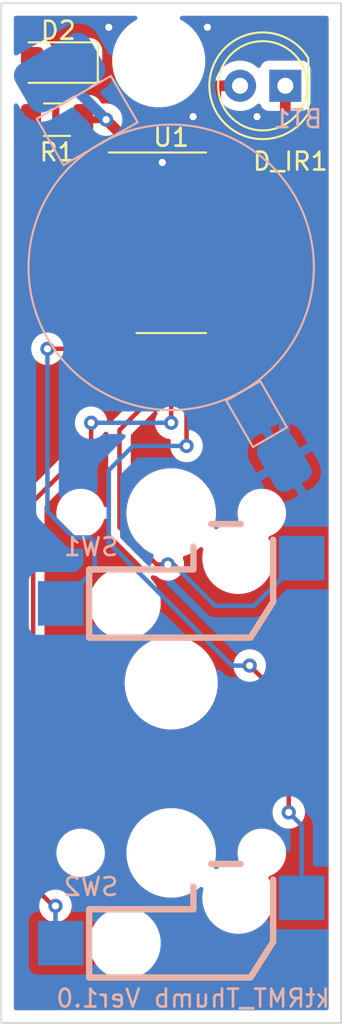
<source format=kicad_pcb>
(kicad_pcb (version 20211014) (generator pcbnew)
  (layers (0 "F.Cu" signal) (31 "B.Cu" signal) (34 "B.Paste" user) (35 "F.Paste" user) (36 "B.SilkS" user "B.Silkscreen") (37 "F.SilkS" user "F.Silkscreen") (38 "B.Mask" user) (39 "F.Mask" user) (44 "Edge.Cuts" user))
  (net 0 "")
  (net 1 "Net-(BT1-Pad1)")
  (net 2 "Net-(BT1-Pad2)")
  (net 3 "Net-(D2-Pad2)")
  (net 4 "Net-(D2-Pad1)")
  (net 5 "Net-(D_IR1-Pad1)")
  (net 6 "Net-(SW1-Pad1)")
  (net 7 "Net-(U1-Pad11)")
  (net 10 "Net-(U1-Pad10)")
  (net 16 "Net-(SW2-Pad2)")
  (footprint "ktRMT_Thumb:Hole_4P2" (layer "F.Cu") (at 8.825 3.225)
    (fp_text reference "REF**")
    (fp_text value "Hole_4P2")
    (pad "" np_thru_hole circle (at 0 0) (size 4.2 4.2) (drill 4.2) (layers F&B.Cu))
  )
  (footprint "Package_SO:SOP-16_3.9x9.9mm_P1.27mm" (layer "F.Cu") (at 9.525 13.425)
    (fp_text reference "U1" (at 0 -5.9) (layer "F.SilkS"))
    (fp_text value "HB1531E")
    (fp_line (start 0 -5.06) (end 1.95 -5.06) (layer "F.SilkS") (width 0.12))
    (fp_line (start 0 5.06) (end -1.95 5.06) (layer "F.SilkS") (width 0.12))
    (fp_line (start 0 5.06) (end 1.95 5.06) (layer "F.SilkS") (width 0.12))
    (fp_line (start 0 -5.06) (end -3.5 -5.06) (layer "F.SilkS") (width 0.12))
    (pad "1" smd roundrect (at -2.5 -4.445) (size 2 0.6) (layers "F.Cu" "F.Paste" "F.Mask") (net 2 "Net-(BT1-Pad2)"))
    (pad "2" smd roundrect (at -2.5 -3.175) (size 2 0.6) (layers "F.Cu" "F.Paste" "F.Mask"))
    (pad "3" smd roundrect (at -2.5 -1.905) (size 2 0.6) (layers "F.Cu" "F.Paste" "F.Mask"))
    (pad "4" smd roundrect (at -2.5 -0.635) (size 2 0.6) (layers "F.Cu" "F.Paste" "F.Mask"))
    (pad "5" smd roundrect (at -2.5 0.635) (size 2 0.6) (layers "F.Cu" "F.Paste" "F.Mask"))
    (pad "6" smd roundrect (at -2.5 1.905) (size 2 0.6) (layers "F.Cu" "F.Paste" "F.Mask"))
    (pad "7" smd roundrect (at -2.5 3.175) (size 2 0.6) (layers "F.Cu" "F.Paste" "F.Mask"))
    (pad "8" smd roundrect (at -2.5 4.445) (size 2 0.6) (layers "F.Cu" "F.Paste" "F.Mask"))
    (pad "9" smd roundrect (at 2.5 4.445) (size 2 0.6) (layers "F.Cu" "F.Paste" "F.Mask") (net 16 "Net-(SW2-Pad2)"))
    (pad "10" smd roundrect (at 2.5 3.175) (size 2 0.6) (layers "F.Cu" "F.Paste" "F.Mask") (net 10 "Net-(U1-Pad10)"))
    (pad "11" smd roundrect (at 2.5 1.905) (size 2 0.6) (layers "F.Cu" "F.Paste" "F.Mask") (net 7 "Net-(U1-Pad11)"))
    (pad "12" smd roundrect (at 2.5 0.635) (size 2 0.6) (layers "F.Cu" "F.Paste" "F.Mask") (net 6 "Net-(SW1-Pad1)"))
    (pad "13" smd roundrect (at 2.5 -0.635) (size 2 0.6) (layers "F.Cu" "F.Paste" "F.Mask"))
    (pad "14" smd roundrect (at 2.5 -1.905) (size 2 0.6) (layers "F.Cu" "F.Paste" "F.Mask") (net 4 "Net-(D2-Pad1)"))
    (pad "15" smd roundrect (at 2.5 -3.175) (size 2 0.6) (layers "F.Cu" "F.Paste" "F.Mask") (net 5 "Net-(D_IR1-Pad1)"))
    (pad "16" smd roundrect (at 2.5 -4.445) (size 2 0.6) (layers "F.Cu" "F.Paste" "F.Mask") (net 1 "Net-(BT1-Pad1)"))
  )
  (footprint "Resistor_SMD:R_1206_3216Metric" (layer "F.Cu") (at 3.125 6.525 180)
    (fp_text reference "R1" (at 0 -1.82 180) (layer "F.SilkS"))
    (fp_text value "470oum")
    (fp_line (start -0.727064 -0.91) (end 0.727064 -0.91) (layer "F.SilkS") (width 0.12))
    (fp_line (start -0.727064 0.91) (end 0.727064 0.91) (layer "F.SilkS") (width 0.12))
    (pad "1" smd roundrect (at -1.4625 0 180) (size 1.125 1.75) (layers "F.Cu" "F.Paste" "F.Mask") (roundrect_rratio 0.222222) (net 1 "Net-(BT1-Pad1)"))
    (pad "2" smd roundrect (at 1.4625 0 180) (size 1.125 1.75) (layers "F.Cu" "F.Paste" "F.Mask") (roundrect_rratio 0.222222) (net 3 "Net-(D2-Pad2)"))
  )
  (footprint "LED_SMD:LED_1206_3216Metric" (layer "F.Cu") (at 3.125 3.325 180)
    (fp_text reference "D2" (at -0.07 1.8 180) (layer "F.SilkS"))
    (fp_text value "LED")
    (fp_line (start -2.285 1.135) (end 1.6 1.135) (layer "F.SilkS") (width 0.12))
    (fp_line (start 1.6 -1.135) (end -2.285 -1.135) (layer "F.SilkS") (width 0.12))
    (fp_line (start -2.285 -1.135) (end -2.285 1.135) (layer "F.SilkS") (width 0.12))
    (pad "1" smd roundrect (at -1.4 0 180) (size 1.25 1.75) (layers "F.Cu" "F.Paste" "F.Mask") (roundrect_rratio 0.2) (net 4 "Net-(D2-Pad1)"))
    (pad "2" smd roundrect (at 1.4 0 180) (size 1.25 1.75) (layers "F.Cu" "F.Paste" "F.Mask") (roundrect_rratio 0.2) (net 3 "Net-(D2-Pad2)"))
  )
  (footprint "LED_THT:LED_D5.0mm" (layer "F.Cu") (at 15.925 4.625 180)
    (fp_text reference "D_IR1" (at -0.28 -4.24) (layer "F.SilkS"))
    (fp_text value "LED")
    (fp_line (start -1.29 -1.545) (end -1.29 1.545) (layer "F.SilkS") (width 0.12))
    (fp_arc (start 4.26 -0.000462) (mid 2.072002 2.880433) (end -1.29 1.54483) (layer "F.SilkS") (width 0.12))
    (fp_arc (start -1.29 -1.54483) (mid 2.072002 -2.880433) (end 4.26 0.000462) (layer "F.SilkS") (width 0.12))
    (fp_circle (center 1.27 0) (end 3.77 0) (layer "F.SilkS") (width 0.12) (fill none))
    (pad "1" thru_hole rect (at 0 0 180) (size 1.8 1.8) (drill 0.9) (layers *.Cu *.Mask) (net 5 "Net-(D_IR1-Pad1)"))
    (pad "2" thru_hole circle (at 2.54 0 180) (size 1.8 1.8) (drill 0.9) (layers *.Cu *.Mask) (net 1 "Net-(BT1-Pad1)"))
  )
  (footprint "ktRMT_Thumb:MX_Socket" (layer "F.Cu") (at 9.525 28.575)
    (fp_text reference "SW1" (at -4.5 1.9 unlocked) (layer "B.SilkS") (effects (justify mirror)))
    (fp_text value "SW_Push")
    (fp_line (start 4.445 6.985) (end -4.6 6.985) (layer "B.SilkS") (width 0.36))
    (fp_line (start 5.715 1.5) (end 5.715 4.985) (layer "B.SilkS") (width 0.36))
    (fp_line (start 5.715 4.985) (end 4.445 6.985) (layer "B.SilkS") (width 0.36))
    (fp_line (start -4.6 3.16) (end 1.245 3.16) (layer "B.SilkS") (width 0.36))
    (fp_line (start -4.6 6.985) (end -4.6 3.175) (layer "B.SilkS") (width 0.36))
    (fp_line (start 3.9 0.62) (end 2.245 0.62) (layer "B.SilkS") (width 0.36))
    (fp_line (start 1.245 3.16) (end 1.245 1.885) (layer "B.SilkS") (width 0.36))
    (pad "" np_thru_hole circle (at 5.08 0) (size 1.7 1.7) (drill 1.7) (layers F&B.Cu))
    (pad "" np_thru_hole circle (at -2.595 5.065) (size 3 3) (drill 3) (layers F&B.Cu))
    (pad "" np_thru_hole circle (at 3.755 2.525) (size 3 3) (drill 3) (layers F&B.Cu))
    (pad "" np_thru_hole circle (at -5.08 0) (size 1.7 1.7) (drill 1.7) (layers F&B.Cu))
    (pad "" np_thru_hole circle (at 0 0) (size 4 4) (drill 4) (layers F&B.Cu))
    (pad "1" smd rect (at -6.1976 5.065) (size 2.55 2.5) (layers "B.Cu" "B.Paste" "B.Mask") (net 6 "Net-(SW1-Pad1)"))
    (pad "2" smd rect (at 7.3152 2.525) (size 2.55 2.5) (layers "B.Cu" "B.Paste" "B.Mask") (net 7 "Net-(U1-Pad11)"))
  )
  (footprint "ktRMT_Thumb:CR16xx_Holder" (layer "F.Cu") (at 9.525 9.525)
    (fp_text reference "BT1" (at 7.11 -3.04 unlocked) (layer "B.SilkS") (effects (justify mirror)))
    (fp_text value "3V")
    (fp_circle (center 0 5.275) (end 8 5.275) (layer "B.SilkS") (width 0.12) (fill none))
    (fp_poly (pts (xy 4.992628 11.653204) (xy 3.087373 12.753203) (xy 4.587372 15.351279) (xy 6.492628 14.251279)) (layer "B.SilkS") (width 0.12) (fill none))
    (fp_poly (pts (xy -1.881539 -2.853203) (xy -6.038461 -0.453203) (xy -7.538461 -3.051279) (xy -3.381539 -5.451279)) (layer "B.SilkS") (width 0.12) (fill none))
    (pad "1" smd roundrect (at -6.26 -5.63692 210) (size 4.8 3.048) (layers "B.Cu" "B.Paste" "B.Mask") (net 1 "Net-(BT1-Pad1)"))
    (pad "2" smd roundrect (at 6.34 16.18692 210) (size 2.286 3.048) (layers "B.Cu" "B.Paste" "B.Mask") (net 2 "Net-(BT1-Pad2)"))
  )
  (footprint "ktRMT_Thumb:Hole_4P2" (layer "F.Cu") (at 9.525 38.1)
    (fp_text reference "REF**")
    (fp_text value "Hole_4P2")
    (pad "" np_thru_hole circle (at 0 0) (size 4.2 4.2) (drill 4.2) (layers F&B.Cu))
  )
  (footprint "ktRMT_Thumb:MX_Socket" (layer "F.Cu") (at 9.525 47.625)
    (fp_text reference "SW2" (at -4.5 1.9 unlocked) (layer "B.SilkS") (effects (justify mirror)))
    (fp_text value "SW_Push")
    (fp_line (start -4.6 6.985) (end -4.6 3.175) (layer "B.SilkS") (width 0.36))
    (fp_line (start 3.9 0.62) (end 2.245 0.62) (layer "B.SilkS") (width 0.36))
    (fp_line (start 1.245 3.16) (end 1.245 1.885) (layer "B.SilkS") (width 0.36))
    (fp_line (start 4.445 6.985) (end -4.6 6.985) (layer "B.SilkS") (width 0.36))
    (fp_line (start 5.715 4.985) (end 4.445 6.985) (layer "B.SilkS") (width 0.36))
    (fp_line (start 5.715 1.5) (end 5.715 4.985) (layer "B.SilkS") (width 0.36))
    (fp_line (start -4.6 3.16) (end 1.245 3.16) (layer "B.SilkS") (width 0.36))
    (pad "" np_thru_hole circle (at -2.595 5.065) (size 3 3) (drill 3) (layers F&B.Cu))
    (pad "" np_thru_hole circle (at -5.08 0) (size 1.7 1.7) (drill 1.7) (layers F&B.Cu))
    (pad "" np_thru_hole circle (at 3.755 2.525) (size 3 3) (drill 3) (layers F&B.Cu))
    (pad "" np_thru_hole circle (at 5.08 0) (size 1.7 1.7) (drill 1.7) (layers F&B.Cu))
    (pad "" np_thru_hole circle (at 0 0) (size 4 4) (drill 4) (layers F&B.Cu))
    (pad "1" smd rect (at -6.1976 5.065) (size 2.55 2.5) (layers "B.Cu" "B.Paste" "B.Mask") (net 10 "Net-(U1-Pad10)"))
    (pad "2" smd rect (at 7.3152 2.525) (size 2.55 2.5) (layers "B.Cu" "B.Paste" "B.Mask") (net 16 "Net-(SW2-Pad2)"))
  )
  (gr_rect (start 0 0) (end 19.05 57.15) (layer "Edge.Cuts") (width 0.1) (fill none))
  (gr_text "ktRMT_Thumb Ver1.0" (at 10.75 55.78) (layer "B.SilkS") (effects (font (size 1 1)) (justify mirror)))
  (segment (start 11.915 7.265) (end 12.025 7.155) (width 0.4) (layer "F.Cu") (net 1))
  (segment (start 12.025 8.98) (end 12.025 7.155) (width 0.6) (layer "F.Cu") (net 1))
  (segment (start 5.875 6.525) (end 6.615 7.265) (width 0.6) (layer "F.Cu") (net 1))
  (segment (start 12.025 6.525) (end 12.025 4.725) (width 0.6) (layer "F.Cu") (net 1))
  (segment (start 4.5875 6.525) (end 5.875 6.525) (width 0.4) (layer "F.Cu") (net 1))
  (segment (start 6.615 7.265) (end 11.915 7.265) (width 0.6) (layer "F.Cu") (net 1))
  (segment (start 12.025 7.155) (end 12.025 6.525) (width 0.6) (layer "F.Cu") (net 1))
  (segment (start 12.125 4.625) (end 12.025 4.725) (width 0.6) (layer "F.Cu") (net 1))
  (segment (start 13.385 4.625) (end 12.125 4.625) (width 0.6) (layer "F.Cu") (net 1))
  (via (at 5.875 6.525) (size 0.8) (drill 0.4) (layers "F.Cu" "B.Cu") (net 1))
  (segment (start 3.265 3.915) (end 5.875 6.525) (width 0.6) (layer "B.Cu") (net 1))
  (segment (start 3.265 3.88808) (end 3.265 3.915) (width 0.6) (layer "B.Cu") (net 1))
  (segment (start 7.025 8.98) (end 8.97 8.98) (width 0.6) (layer "F.Cu") (net 2))
  (segment (start 8.97 8.98) (end 9.025 8.925) (width 0.6) (layer "F.Cu") (net 2))
  (via (at 14.335 6.355) (size 0.8) (drill 0.4) (layers "F.Cu" "B.Cu") (net 2))
  (via (at 11.555 1.345) (size 0.8) (drill 0.4) (layers "F.Cu" "B.Cu") (net 2))
  (via (at 6.025 1.345) (size 0.8) (drill 0.4) (layers "F.Cu" "B.Cu") (net 2))
  (via (at 9.025 8.925) (size 0.8) (drill 0.4) (layers "F.Cu" "B.Cu") (net 2))
  (via (at 10.755 6.355) (size 0.8) (drill 0.4) (layers "F.Cu" "B.Cu") (net 2))
  (segment (start 9.025 8.925) (end 9.075 8.975) (width 0.6) (layer "B.Cu") (net 2))
  (segment (start 12.775 8.975) (end 14.475 10.675) (width 0.6) (layer "B.Cu") (net 2))
  (segment (start 15.865 12.065) (end 15.865 25.71192) (width 0.6) (layer "B.Cu") (net 2))
  (segment (start 9.075 8.975) (end 12.775 8.975) (width 0.6) (layer "B.Cu") (net 2))
  (segment (start 14.475 10.675) (end 15.865 12.065) (width 0.6) (layer "B.Cu") (net 2))
  (segment (start 1.6625 3.3875) (end 1.725 3.325) (width 0.4) (layer "F.Cu") (net 3))
  (segment (start 1.6625 6.525) (end 1.6625 3.3875) (width 0.4) (layer "F.Cu") (net 3))
  (segment (start 10.475 10.477817) (end 10.475 8.625) (width 0.4) (layer "F.Cu") (net 4))
  (segment (start 3.885 8.015) (end 3.055 7.185) (width 0.4) (layer "F.Cu") (net 4))
  (segment (start 12.025 11.52) (end 11.517183 11.52) (width 0.4) (layer "F.Cu") (net 4))
  (segment (start 11.517183 11.52) (end 10.475 10.477817) (width 0.4) (layer "F.Cu") (net 4))
  (segment (start 9.865 8.015) (end 3.885 8.015) (width 0.4) (layer "F.Cu") (net 4))
  (segment (start 10.475 8.625) (end 9.865 8.015) (width 0.4) (layer "F.Cu") (net 4))
  (segment (start 3.055 4.795) (end 4.525 3.325) (width 0.4) (layer "F.Cu") (net 4))
  (segment (start 3.055 7.185) (end 3.055 4.795) (width 0.4) (layer "F.Cu") (net 4))
  (segment (start 12.674239 10.25) (end 12.025 10.25) (width 0.6) (layer "F.Cu") (net 5))
  (segment (start 15.925 6.999239) (end 12.674239 10.25) (width 0.6) (layer "F.Cu") (net 5))
  (segment (start 15.925 4.625) (end 15.925 6.999239) (width 0.6) (layer "F.Cu") (net 5))
  (segment (start 8.43 18.35) (end 7.411751 19.368249) (width 0.25) (layer "F.Cu") (net 6))
  (segment (start 8.43 14.88) (end 8.43 18.35) (width 0.25) (layer "F.Cu") (net 6))
  (segment (start 12.025 14.06) (end 9.25 14.06) (width 0.25) (layer "F.Cu") (net 6))
  (segment (start 9.25 14.06) (end 8.43 14.88) (width 0.25) (layer "F.Cu") (net 6))
  (segment (start 7.411751 19.368249) (end 2.585 19.368249) (width 0.25) (layer "F.Cu") (net 6))
  (via (at 2.585 19.368249) (size 0.8) (drill 0.4) (layers "F.Cu" "B.Cu") (net 6))
  (segment (start 4.055 29.945) (end 2.585 28.475) (width 0.25) (layer "B.Cu") (net 6))
  (segment (start 5.235 30.205) (end 4.975 29.945) (width 0.25) (layer "B.Cu") (net 6))
  (segment (start 2.585 28.475) (end 2.585 19.368249) (width 0.25) (layer "B.Cu") (net 6))
  (segment (start 3.3274 33.64) (end 3.33 33.64) (width 0.25) (layer "B.Cu") (net 6))
  (segment (start 5.235 31.735) (end 5.235 30.205) (width 0.25) (layer "B.Cu") (net 6))
  (segment (start 3.33 33.64) (end 5.235 31.735) (width 0.25) (layer "B.Cu") (net 6))
  (segment (start 4.975 29.945) (end 4.055 29.945) (width 0.25) (layer "B.Cu") (net 6))
  (segment (start 9.44 15.33) (end 8.91 15.86) (width 0.25) (layer "F.Cu") (net 7))
  (segment (start 8.705 31.455) (end 9.335 31.455) (width 0.25) (layer "F.Cu") (net 7))
  (segment (start 12.025 15.33) (end 9.44 15.33) (width 0.25) (layer "F.Cu") (net 7))
  (segment (start 8.91 21.64) (end 6.625 23.925) (width 0.25) (layer "F.Cu") (net 7))
  (segment (start 6.625 23.925) (end 6.625 29.375) (width 0.25) (layer "F.Cu") (net 7))
  (segment (start 8.91 15.86) (end 8.91 21.64) (width 0.25) (layer "F.Cu") (net 7))
  (segment (start 6.625 29.375) (end 8.705 31.455) (width 0.25) (layer "F.Cu") (net 7))
  (via (at 9.335 31.455) (size 0.8) (drill 0.4) (layers "F.Cu" "B.Cu") (net 7))
  (segment (start 9.665 31.455) (end 11.985 33.775) (width 0.25) (layer "B.Cu") (net 7))
  (segment (start 16.8402 31.1) (end 16.8402 31.1098) (width 0.25) (layer "B.Cu") (net 7))
  (segment (start 16.8402 31.1098) (end 14.175 33.775) (width 0.25) (layer "B.Cu") (net 7))
  (segment (start 14.175 33.775) (end 11.985 33.775) (width 0.25) (layer "B.Cu") (net 7))
  (segment (start 9.335 31.455) (end 9.665 31.455) (width 0.25) (layer "B.Cu") (net 7))
  (segment (start 10.07 16.6) (end 9.525 17.145) (width 0.25) (layer "F.Cu") (net 10))
  (segment (start 12.025 16.6) (end 10.07 16.6) (width 0.25) (layer "F.Cu") (net 10))
  (segment (start 9.525 17.145) (end 9.525 23.515) (width 0.25) (layer "F.Cu") (net 10))
  (segment (start 2.495 27.215) (end 1.785 27.925) (width 0.25) (layer "F.Cu") (net 10))
  (segment (start 5.035 24.675) (end 2.495 27.215) (width 0.25) (layer "F.Cu") (net 10))
  (segment (start 1.785 49.475) (end 2.905 50.595) (width 0.25) (layer "F.Cu") (net 10))
  (segment (start 5.035 23.515) (end 5.035 24.675) (width 0.25) (layer "F.Cu") (net 10))
  (segment (start 1.785 27.925) (end 1.785 49.475) (width 0.25) (layer "F.Cu") (net 10))
  (segment (start 2.905 50.595) (end 3.035 50.595) (width 0.25) (layer "F.Cu") (net 10))
  (via (at 3.035 50.595) (size 0.8) (drill 0.4) (layers "F.Cu" "B.Cu") (net 10))
  (via (at 9.525 23.515) (size 0.8) (drill 0.4) (layers "F.Cu" "B.Cu") (net 10))
  (via (at 5.035 23.515) (size 0.8) (drill 0.4) (layers "F.Cu" "B.Cu") (net 10))
  (segment (start 9.525 23.515) (end 5.035 23.515) (width 0.25) (layer "B.Cu") (net 10))
  (segment (start 3.035 52.3976) (end 3.3274 52.69) (width 0.25) (layer "B.Cu") (net 10))
  (segment (start 3.035 50.595) (end 3.035 52.3976) (width 0.25) (layer "B.Cu") (net 10))
  (segment (start 16.115 39.315) (end 16.115 45.355) (width 0.25) (layer "F.Cu") (net 16))
  (segment (start 10.85 17.87) (end 10.385 18.335) (width 0.25) (layer "F.Cu") (net 16))
  (segment (start 10.385 18.335) (end 10.385 24.815) (width 0.25) (layer "F.Cu") (net 16))
  (segment (start 13.925 37.125) (end 16.115 39.315) (width 0.25) (layer "F.Cu") (net 16))
  (segment (start 12.025 17.87) (end 10.85 17.87) (width 0.25) (layer "F.Cu") (net 16))
  (via (at 10.385 24.815) (size 0.8) (drill 0.4) (layers "F.Cu" "B.Cu") (net 16))
  (via (at 13.925 37.125) (size 0.8) (drill 0.4) (layers "F.Cu" "B.Cu") (net 16))
  (via (at 16.115 45.355) (size 0.8) (drill 0.4) (layers "F.Cu" "B.Cu") (net 16))
  (segment (start 16.8402 46.0802) (end 16.8402 50.15) (width 0.25) (layer "B.Cu") (net 16))
  (segment (start 16.115 45.355) (end 16.8402 46.0802) (width 0.25) (layer "B.Cu") (net 16))
  (segment (start 6.025 26.175) (end 6.025 29.675) (width 0.25) (layer "B.Cu") (net 16))
  (segment (start 10.385 24.815) (end 7.385 24.815) (width 0.25) (layer "B.Cu") (net 16))
  (segment (start 12.925231 37.125) (end 13.925 37.125) (width 0.25) (layer "B.Cu") (net 16))
  (segment (start 6.025 30.224769) (end 12.925231 37.125) (width 0.25) (layer "B.Cu") (net 16))
  (segment (start 6.025 29.675) (end 6.025 30.224769) (width 0.25) (layer "B.Cu") (net 16))
  (segment (start 7.385 24.815) (end 6.025 26.175) (width 0.25) (layer "B.Cu") (net 16))
  (zone (net 2) (net_name "Net-(BT1-Pad2)") (layers F&B.Cu) (connect_pads (clearance 0.508)) (min_thickness 0.254) (fill yes (thermal_gap 0.508) (thermal_bridge_width 0.508))
    (polygon (pts (xy 19.05 57.15) (xy 0 57.15) (xy 0 0) (xy 19.05 0)))
  )
)
</source>
